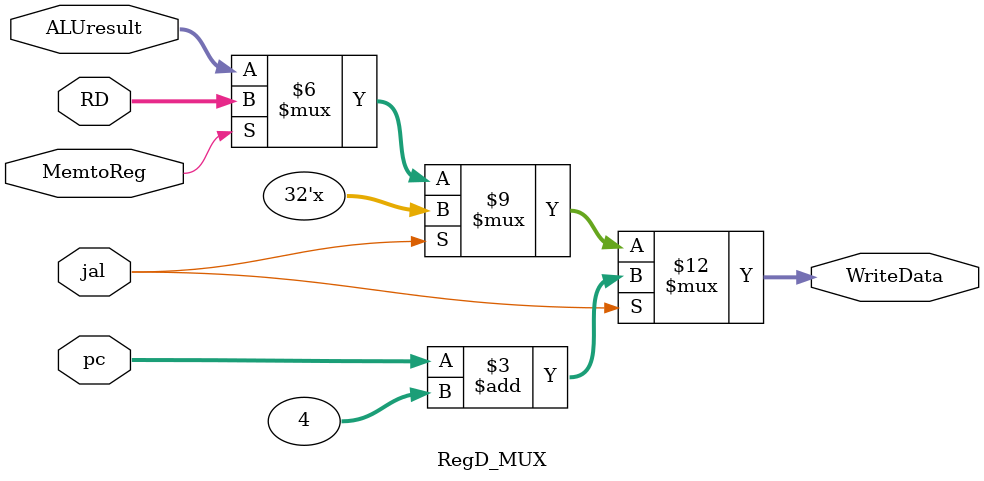
<source format=v>
`timescale 1ns / 1ps
module RegA_MUX(
     input [4:0] rt,
	  input [4:0] rd,
	  input RegDst,
	  input jal,
	  output reg [4:0] A3
	 
    );
     always@(*) begin
				if(jal == 1'b1) begin
				     A3 = 5'b11111;
				end
				else if ( RegDst == 1'b0) begin
				     A3 = rt;
				end
				else if ( RegDst == 1'b1) begin
				     A3 = rd ;
				end
	  end

endmodule
module ALUdataB_MUX(
     input [31:0] RD2,
	  input [15:0] imm,
	  input ALUSrc,
	  input [1:0] EXT,
	  output reg [31:0]  ALUdataB
         );
			
	 always@(*)begin
	      if ( EXT == 2'b00 ) begin
			     if ( ALUSrc == 1'b0 ) begin
				       ALUdataB =  RD2;
				  end
				  else  begin
				       ALUdataB = {{16{imm[15]}},imm};
				  end
			end
	      else if ( EXT == 2'b01 ) begin
			        ALUdataB  = {{16{1'b0}},imm};
			end
			else if ( EXT == 2'b10 ) begin
			        ALUdataB  = {imm,{16{1'b0}}};
			end
			else begin
			        ALUdataB  = ALUdataB;
			end   	  
    end	 
			
endmodule 
module RegD_MUX(
       input [31:0] ALUresult,
		 input [31:0] RD,
		 input [31:0] pc,
		 input  MemtoReg,
		 input  jal,
       output reg [31:0] WriteData
      );
		always@(*) begin
		     if ( jal == 1'b1 ) begin
			      WriteData = pc + 4;
			  end
			  else begin
			      if ( MemtoReg == 1'b0 ) begin
					      WriteData = ALUresult;
					end
					else begin
						   WriteData = RD;
					end
			  end
		    
		end
endmodule 
</source>
